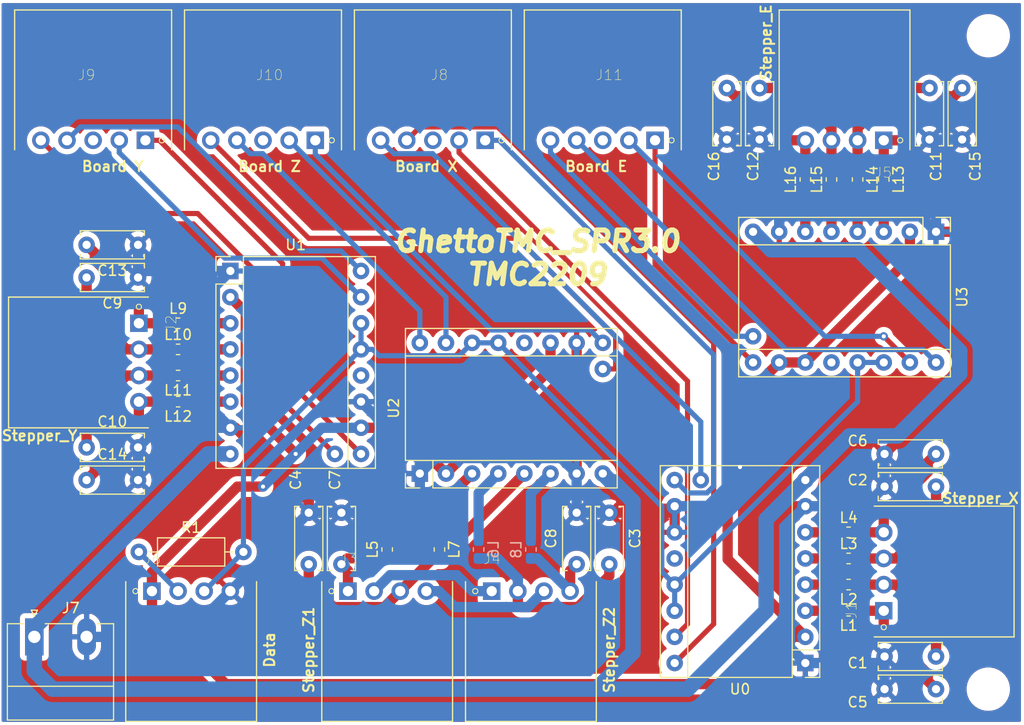
<source format=kicad_pcb>
(kicad_pcb (version 20171130) (host pcbnew "(5.1.5)-3")
  (layers (0 F.Cu signal) (31 B.Cu signal) (34 B.Paste user hide) (35 F.Paste user hide) (36 B.SilkS user hide) (37 F.SilkS user) (38 B.Mask user hide) (39 F.Mask user hide) (44 Edge.Cuts user hide))
  (net 0 "")
  (net 1 X_1a)
  (net 2 GND)
  (net 3 X_2a)
  (net 4 Z_1a)
  (net 5 Z_2a)
  (net 6 X_1b)
  (net 7 X_2b)
  (net 8 Z_1b)
  (net 9 Z_2b)
  (net 10 Y_1a)
  (net 11 Y_2a)
  (net 12 E_1a)
  (net 13 E_2a)
  (net 14 Y_1b)
  (net 15 Y_2b)
  (net 16 E_1b)
  (net 17 E_2b)
  (net 18 "Net-(J3-Pad2)")
  (net 19 "Net-(J3-Pad4)")
  (net 20 +5V)
  (net 21 "Net-(J6-Pad2)")
  (net 22 UART)
  (net 23 +24V)
  (net 24 X_EN)
  (net 25 X_STEP)
  (net 26 "Net-(J8-Pad3)")
  (net 27 X_DIR)
  (net 28 X_DIAG)
  (net 29 Y_EN)
  (net 30 Y_STEP)
  (net 31 "Net-(J9-Pad3)")
  (net 32 Y_DIR)
  (net 33 Y_DIAG)
  (net 34 Z_EN)
  (net 35 Z_STEP)
  (net 36 "Net-(J10-Pad3)")
  (net 37 Z_DIR)
  (net 38 Z_DIAG)
  (net 39 E_EN)
  (net 40 E_STEP)
  (net 41 "Net-(J11-Pad3)")
  (net 42 E_DIR)
  (net 43 E_DIAG)
  (net 44 "Net-(L1-Pad2)")
  (net 45 "Net-(L2-Pad2)")
  (net 46 "Net-(L3-Pad1)")
  (net 47 "Net-(L4-Pad1)")
  (net 48 "Net-(L5-Pad2)")
  (net 49 "Net-(L6-Pad2)")
  (net 50 "Net-(L7-Pad1)")
  (net 51 "Net-(L8-Pad1)")
  (net 52 "Net-(L9-Pad2)")
  (net 53 "Net-(L10-Pad2)")
  (net 54 "Net-(L11-Pad1)")
  (net 55 "Net-(L12-Pad1)")
  (net 56 "Net-(L13-Pad2)")
  (net 57 "Net-(L14-Pad2)")
  (net 58 "Net-(L15-Pad1)")
  (net 59 "Net-(L16-Pad1)")
  (net 60 "Net-(U0-Pad12)")
  (net 61 "Net-(U1-Pad12)")
  (net 62 "Net-(U2-Pad12)")
  (net 63 "Net-(U3-Pad12)")
  (module MountingHole:MountingHole_3.2mm_M3 (layer F.Cu) (at 166.37 80.01)
    (fp_text reference M2 hide)
    (fp_text value MountingHole_3.2mm_M3)
    (pad 1 np_thru_hole circle (at 0 0) (size 3.2 3.2) (drill 3.2) (layers *.Cu *.Mask))
  )
  (module MountingHole:MountingHole_3.2mm_M3 (layer F.Cu) (at 166.37 143.51)
    (fp_text reference M1 hide)
    (fp_text value MountingHole_3.2mm_M3)
    (pad 1 np_thru_hole circle (at 0 0) (size 3.2 3.2) (drill 3.2) (layers *.Cu *.Mask))
  )
  (module GhettoTMC:SilentStepStick_TMC2209_Breakout (layer F.Cu) (at 161.29 99.06 270)
    (fp_text reference U3 (at 6.35 -2.54 90) (layer F.SilkS))
    (fp_text value SilentStepStick_TMC2209)
    (pad 17 thru_hole oval (at 10.16 17.78 270) (size 1.6 1.6) (drill 0.8) (layers *.Cu *.Mask) (net 43 E_DIAG))
    (pad 1 thru_hole rect (at 0 0 270) (size 1.6 1.6) (drill 0.8) (layers *.Cu *.Mask) (net 2 GND))
    (pad 9 thru_hole oval (at 12.7 17.78 270) (size 1.6 1.6) (drill 0.8) (layers *.Cu *.Mask) (net 39 E_EN))
    (pad 2 thru_hole oval (at 0 2.54 270) (size 1.6 1.6) (drill 0.8) (layers *.Cu *.Mask) (net 20 +5V))
    (pad 10 thru_hole oval (at 12.7 15.24 270) (size 1.6 1.6) (drill 0.8) (layers *.Cu *.Mask) (net 20 +5V))
    (pad 3 thru_hole oval (at 0 5.08 270) (size 1.6 1.6) (drill 0.8) (layers *.Cu *.Mask) (net 56 "Net-(L13-Pad2)"))
    (pad 11 thru_hole oval (at 12.7 12.7 270) (size 1.6 1.6) (drill 0.8) (layers *.Cu *.Mask) (net 20 +5V))
    (pad 4 thru_hole oval (at 0 7.62 270) (size 1.6 1.6) (drill 0.8) (layers *.Cu *.Mask) (net 57 "Net-(L14-Pad2)"))
    (pad 12 thru_hole oval (at 12.7 10.16 270) (size 1.6 1.6) (drill 0.8) (layers *.Cu *.Mask) (net 63 "Net-(U3-Pad12)"))
    (pad 5 thru_hole oval (at 0 10.16 270) (size 1.6 1.6) (drill 0.8) (layers *.Cu *.Mask) (net 58 "Net-(L15-Pad1)"))
    (pad 13 thru_hole oval (at 12.7 7.62 270) (size 1.6 1.6) (drill 0.8) (layers *.Cu *.Mask) (net 22 UART))
    (pad 6 thru_hole oval (at 0 12.7 270) (size 1.6 1.6) (drill 0.8) (layers *.Cu *.Mask) (net 59 "Net-(L16-Pad1)"))
    (pad 14 thru_hole oval (at 12.7 5.08 270) (size 1.6 1.6) (drill 0.8) (layers *.Cu *.Mask) (net 22 UART))
    (pad 7 thru_hole oval (at 0 15.24 270) (size 1.6 1.6) (drill 0.8) (layers *.Cu *.Mask) (net 2 GND))
    (pad 15 thru_hole oval (at 12.7 2.54 270) (size 1.6 1.6) (drill 0.8) (layers *.Cu *.Mask) (net 40 E_STEP))
    (pad 8 thru_hole oval (at 0 17.78 270) (size 1.6 1.6) (drill 0.8) (layers *.Cu *.Mask) (net 23 +24V))
    (pad 16 thru_hole oval (at 12.7 0 270) (size 1.6 1.6) (drill 0.8) (layers *.Cu *.Mask) (net 42 E_DIR) (clearance 0.75))
  )
  (module GhettoTMC:SilentStepStick_TMC2209_Breakout (layer F.Cu) (at 111.125 122.555 90)
    (fp_text reference U2 (at 6.35 -2.54 90) (layer F.SilkS))
    (fp_text value SilentStepStick_TMC2209)
    (pad 17 thru_hole oval (at 10.16 17.78 90) (size 1.6 1.6) (drill 0.8) (layers *.Cu *.Mask) (net 38 Z_DIAG))
    (pad 1 thru_hole rect (at 0 0 90) (size 1.6 1.6) (drill 0.8) (layers *.Cu *.Mask) (net 2 GND))
    (pad 9 thru_hole oval (at 12.7 17.78 90) (size 1.6 1.6) (drill 0.8) (layers *.Cu *.Mask) (net 34 Z_EN))
    (pad 2 thru_hole oval (at 0 2.54 90) (size 1.6 1.6) (drill 0.8) (layers *.Cu *.Mask) (net 20 +5V))
    (pad 10 thru_hole oval (at 12.7 15.24 90) (size 1.6 1.6) (drill 0.8) (layers *.Cu *.Mask) (net 2 GND))
    (pad 3 thru_hole oval (at 0 5.08 90) (size 1.6 1.6) (drill 0.8) (layers *.Cu *.Mask) (net 48 "Net-(L5-Pad2)"))
    (pad 11 thru_hole oval (at 12.7 12.7 90) (size 1.6 1.6) (drill 0.8) (layers *.Cu *.Mask) (net 20 +5V))
    (pad 4 thru_hole oval (at 0 7.62 90) (size 1.6 1.6) (drill 0.8) (layers *.Cu *.Mask) (net 49 "Net-(L6-Pad2)"))
    (pad 12 thru_hole oval (at 12.7 10.16 90) (size 1.6 1.6) (drill 0.8) (layers *.Cu *.Mask) (net 62 "Net-(U2-Pad12)"))
    (pad 5 thru_hole oval (at 0 10.16 90) (size 1.6 1.6) (drill 0.8) (layers *.Cu *.Mask) (net 50 "Net-(L7-Pad1)"))
    (pad 13 thru_hole oval (at 12.7 7.62 90) (size 1.6 1.6) (drill 0.8) (layers *.Cu *.Mask) (net 22 UART))
    (pad 6 thru_hole oval (at 0 12.7 90) (size 1.6 1.6) (drill 0.8) (layers *.Cu *.Mask) (net 51 "Net-(L8-Pad1)"))
    (pad 14 thru_hole oval (at 12.7 5.08 90) (size 1.6 1.6) (drill 0.8) (layers *.Cu *.Mask) (net 22 UART))
    (pad 7 thru_hole oval (at 0 15.24 90) (size 1.6 1.6) (drill 0.8) (layers *.Cu *.Mask) (net 2 GND))
    (pad 15 thru_hole oval (at 12.7 2.54 90) (size 1.6 1.6) (drill 0.8) (layers *.Cu *.Mask) (net 35 Z_STEP))
    (pad 8 thru_hole oval (at 0 17.78 90) (size 1.6 1.6) (drill 0.8) (layers *.Cu *.Mask) (net 23 +24V))
    (pad 16 thru_hole oval (at 12.7 0 90) (size 1.6 1.6) (drill 0.8) (layers *.Cu *.Mask) (net 37 Z_DIR))
  )
  (module GhettoTMC:SilentStepStick_TMC2209_Breakout (layer F.Cu) (at 92.71 102.87)
    (fp_text reference U1 (at 6.35 -2.54) (layer F.SilkS))
    (fp_text value SilentStepStick_TMC2209)
    (pad 17 thru_hole oval (at 10.16 17.78) (size 1.6 1.6) (drill 0.8) (layers *.Cu *.Mask) (net 33 Y_DIAG))
    (pad 1 thru_hole rect (at 0 0) (size 1.6 1.6) (drill 0.8) (layers *.Cu *.Mask) (net 2 GND))
    (pad 9 thru_hole oval (at 12.7 17.78) (size 1.6 1.6) (drill 0.8) (layers *.Cu *.Mask) (net 29 Y_EN))
    (pad 2 thru_hole oval (at 0 2.54) (size 1.6 1.6) (drill 0.8) (layers *.Cu *.Mask) (net 20 +5V))
    (pad 10 thru_hole oval (at 12.7 15.24) (size 1.6 1.6) (drill 0.8) (layers *.Cu *.Mask) (net 20 +5V))
    (pad 3 thru_hole oval (at 0 5.08) (size 1.6 1.6) (drill 0.8) (layers *.Cu *.Mask) (net 52 "Net-(L9-Pad2)"))
    (pad 11 thru_hole oval (at 12.7 12.7) (size 1.6 1.6) (drill 0.8) (layers *.Cu *.Mask) (net 2 GND))
    (pad 4 thru_hole oval (at 0 7.62) (size 1.6 1.6) (drill 0.8) (layers *.Cu *.Mask) (net 53 "Net-(L10-Pad2)"))
    (pad 12 thru_hole oval (at 12.7 10.16) (size 1.6 1.6) (drill 0.8) (layers *.Cu *.Mask) (net 61 "Net-(U1-Pad12)"))
    (pad 5 thru_hole oval (at 0 10.16) (size 1.6 1.6) (drill 0.8) (layers *.Cu *.Mask) (net 54 "Net-(L11-Pad1)"))
    (pad 13 thru_hole oval (at 12.7 7.62) (size 1.6 1.6) (drill 0.8) (layers *.Cu *.Mask) (net 22 UART))
    (pad 6 thru_hole oval (at 0 12.7) (size 1.6 1.6) (drill 0.8) (layers *.Cu *.Mask) (net 55 "Net-(L12-Pad1)"))
    (pad 14 thru_hole oval (at 12.7 5.08) (size 1.6 1.6) (drill 0.8) (layers *.Cu *.Mask) (net 22 UART))
    (pad 7 thru_hole oval (at 0 15.24) (size 1.6 1.6) (drill 0.8) (layers *.Cu *.Mask) (net 2 GND))
    (pad 15 thru_hole oval (at 12.7 2.54) (size 1.6 1.6) (drill 0.8) (layers *.Cu *.Mask) (net 30 Y_STEP))
    (pad 8 thru_hole oval (at 0 17.78) (size 1.6 1.6) (drill 0.8) (layers *.Cu *.Mask) (net 23 +24V))
    (pad 16 thru_hole oval (at 12.7 0) (size 1.6 1.6) (drill 0.8) (layers *.Cu *.Mask) (net 32 Y_DIR))
  )
  (module GhettoTMC:SilentStepStick_TMC2209_Breakout (layer F.Cu) (at 148.59 140.97 180)
    (fp_text reference U0 (at 6.35 -2.54) (layer F.SilkS))
    (fp_text value SilentStepStick_TMC2209)
    (pad 17 thru_hole oval (at 10.16 17.78 180) (size 1.6 1.6) (drill 0.8) (layers *.Cu *.Mask) (net 28 X_DIAG))
    (pad 1 thru_hole rect (at 0 0 180) (size 1.6 1.6) (drill 0.8) (layers *.Cu *.Mask) (net 2 GND))
    (pad 9 thru_hole oval (at 12.7 17.78 180) (size 1.6 1.6) (drill 0.8) (layers *.Cu *.Mask) (net 24 X_EN))
    (pad 2 thru_hole oval (at 0 2.54 180) (size 1.6 1.6) (drill 0.8) (layers *.Cu *.Mask) (net 20 +5V))
    (pad 10 thru_hole oval (at 12.7 15.24 180) (size 1.6 1.6) (drill 0.8) (layers *.Cu *.Mask) (net 2 GND))
    (pad 3 thru_hole oval (at 0 5.08 180) (size 1.6 1.6) (drill 0.8) (layers *.Cu *.Mask) (net 44 "Net-(L1-Pad2)"))
    (pad 11 thru_hole oval (at 12.7 12.7 180) (size 1.6 1.6) (drill 0.8) (layers *.Cu *.Mask) (net 2 GND))
    (pad 4 thru_hole oval (at 0 7.62 180) (size 1.6 1.6) (drill 0.8) (layers *.Cu *.Mask) (net 45 "Net-(L2-Pad2)"))
    (pad 12 thru_hole oval (at 12.7 10.16 180) (size 1.6 1.6) (drill 0.8) (layers *.Cu *.Mask) (net 60 "Net-(U0-Pad12)"))
    (pad 5 thru_hole oval (at 0 10.16 180) (size 1.6 1.6) (drill 0.8) (layers *.Cu *.Mask) (net 46 "Net-(L3-Pad1)"))
    (pad 13 thru_hole oval (at 12.7 7.62 180) (size 1.6 1.6) (drill 0.8) (layers *.Cu *.Mask) (net 22 UART))
    (pad 6 thru_hole oval (at 0 12.7 180) (size 1.6 1.6) (drill 0.8) (layers *.Cu *.Mask) (net 47 "Net-(L4-Pad1)"))
    (pad 14 thru_hole oval (at 12.7 5.08 180) (size 1.6 1.6) (drill 0.8) (layers *.Cu *.Mask) (net 22 UART))
    (pad 7 thru_hole oval (at 0 15.24 180) (size 1.6 1.6) (drill 0.8) (layers *.Cu *.Mask) (net 2 GND))
    (pad 15 thru_hole oval (at 12.7 2.54 180) (size 1.6 1.6) (drill 0.8) (layers *.Cu *.Mask) (net 25 X_STEP))
    (pad 8 thru_hole oval (at 0 17.78 180) (size 1.6 1.6) (drill 0.8) (layers *.Cu *.Mask) (net 23 +24V))
    (pad 16 thru_hole oval (at 12.7 0 180) (size 1.6 1.6) (drill 0.8) (layers *.Cu *.Mask) (net 27 X_DIR) (clearance 0.75))
  )
  (module Resistor_THT:R_Axial_DIN0207_L6.3mm_D2.5mm_P10.16mm_Horizontal (layer F.Cu) (at 83.82 130.175)
    (fp_text reference R1 (at 5.08 -2.37) (layer F.SilkS))
    (fp_text value 1K)
    (pad 2 thru_hole oval (at 10.16 0) (size 1.6 1.6) (drill 0.8) (layers *.Cu *.Mask) (net 22 UART))
    (pad 1 thru_hole circle (at 0 0) (size 1.6 1.6) (drill 0.8) (layers *.Cu *.Mask) (net 21 "Net-(J6-Pad2)"))
  )
  (module Inductor_SMD:L_0603_1608Metric_Pad1.05x0.95mm_HandSolder (layer F.Cu) (at 148.59 93.98 90)
    (fp_text reference L16 (at 0 -1.43 90) (layer F.SilkS))
    (fp_text value BLM18KG121TN1D)
    (pad 2 smd roundrect (at 0.875 0 90) (size 1.05 0.95) (layers F.Cu F.Paste F.Mask) (net 17 E_2b))
    (pad 1 smd roundrect (at -0.875 0 90) (size 1.05 0.95) (layers F.Cu F.Paste F.Mask) (net 59 "Net-(L16-Pad1)"))
  )
  (module Inductor_SMD:L_0603_1608Metric_Pad1.05x0.95mm_HandSolder (layer F.Cu) (at 151.13 93.98 90)
    (fp_text reference L15 (at 0 -1.43 90) (layer F.SilkS))
    (fp_text value BLM18KG121TN1D)
    (pad 2 smd roundrect (at 0.875 0 90) (size 1.05 0.95) (layers F.Cu F.Paste F.Mask) (net 13 E_2a))
    (pad 1 smd roundrect (at -0.875 0 90) (size 1.05 0.95) (layers F.Cu F.Paste F.Mask) (net 58 "Net-(L15-Pad1)"))
  )
  (module Inductor_SMD:L_0603_1608Metric_Pad1.05x0.95mm_HandSolder (layer F.Cu) (at 153.67 93.98 270)
    (fp_text reference L14 (at 0 -1.43 90) (layer F.SilkS))
    (fp_text value BLM18KG121TN1D)
    (pad 2 smd roundrect (at 0.875 0 270) (size 1.05 0.95) (layers F.Cu F.Paste F.Mask) (net 57 "Net-(L14-Pad2)"))
    (pad 1 smd roundrect (at -0.875 0 270) (size 1.05 0.95) (layers F.Cu F.Paste F.Mask) (net 12 E_1a))
  )
  (module Inductor_SMD:L_0603_1608Metric_Pad1.05x0.95mm_HandSolder (layer F.Cu) (at 156.21 93.98 270)
    (fp_text reference L13 (at 0 -1.43 90) (layer F.SilkS))
    (fp_text value BLM18KG121TN1D)
    (pad 2 smd roundrect (at 0.875 0 270) (size 1.05 0.95) (layers F.Cu F.Paste F.Mask) (net 56 "Net-(L13-Pad2)"))
    (pad 1 smd roundrect (at -0.875 0 270) (size 1.05 0.95) (layers F.Cu F.Paste F.Mask) (net 16 E_1b))
  )
  (module Inductor_SMD:L_0603_1608Metric_Pad1.05x0.95mm_HandSolder (layer F.Cu) (at 87.63 115.57 180)
    (fp_text reference L12 (at 0 -1.43) (layer F.SilkS))
    (fp_text value BLM18KG121TN1D)
    (pad 2 smd roundrect (at 0.875 0 180) (size 1.05 0.95) (layers F.Cu F.Paste F.Mask) (net 15 Y_2b))
    (pad 1 smd roundrect (at -0.875 0 180) (size 1.05 0.95) (layers F.Cu F.Paste F.Mask) (net 55 "Net-(L12-Pad1)"))
  )
  (module Inductor_SMD:L_0603_1608Metric_Pad1.05x0.95mm_HandSolder (layer F.Cu) (at 87.63 113.03 180)
    (fp_text reference L11 (at 0 -1.43) (layer F.SilkS))
    (fp_text value BLM18KG121TN1D)
    (pad 2 smd roundrect (at 0.875 0 180) (size 1.05 0.95) (layers F.Cu F.Paste F.Mask) (net 11 Y_2a))
    (pad 1 smd roundrect (at -0.875 0 180) (size 1.05 0.95) (layers F.Cu F.Paste F.Mask) (net 54 "Net-(L11-Pad1)"))
  )
  (module Inductor_SMD:L_0603_1608Metric_Pad1.05x0.95mm_HandSolder (layer F.Cu) (at 87.63 110.49)
    (fp_text reference L10 (at 0 -1.43) (layer F.SilkS))
    (fp_text value BLM18KG121TN1D)
    (pad 2 smd roundrect (at 0.875 0) (size 1.05 0.95) (layers F.Cu F.Paste F.Mask) (net 53 "Net-(L10-Pad2)"))
    (pad 1 smd roundrect (at -0.875 0) (size 1.05 0.95) (layers F.Cu F.Paste F.Mask) (net 10 Y_1a))
  )
  (module Inductor_SMD:L_0603_1608Metric_Pad1.05x0.95mm_HandSolder (layer F.Cu) (at 87.63 107.95)
    (fp_text reference L9 (at 0 -1.43) (layer F.SilkS))
    (fp_text value BLM18KG121TN1D)
    (pad 2 smd roundrect (at 0.875 0) (size 1.05 0.95) (layers F.Cu F.Paste F.Mask) (net 52 "Net-(L9-Pad2)"))
    (pad 1 smd roundrect (at -0.875 0) (size 1.05 0.95) (layers F.Cu F.Paste F.Mask) (net 14 Y_1b))
  )
  (module Inductor_SMD:L_0603_1608Metric_Pad1.05x0.95mm_HandSolder (layer B.Cu) (at 121.92 129.935 270)
    (fp_text reference L8 (at 0 1.43 270) (layer B.SilkS) (effects (justify mirror)))
    (fp_text value BLM18KG121TN1D)
    (pad 2 smd roundrect (at 0.875 0 270) (size 1.05 0.95) (layers B.Cu B.Paste B.Mask) (net 9 Z_2b))
    (pad 1 smd roundrect (at -0.875 0 270) (size 1.05 0.95) (layers B.Cu B.Paste B.Mask) (net 51 "Net-(L8-Pad1)"))
  )
  (module Inductor_SMD:L_0603_1608Metric_Pad1.05x0.95mm_HandSolder (layer F.Cu) (at 113.03 129.935 270)
    (fp_text reference L7 (at 0 -1.43 90) (layer F.SilkS))
    (fp_text value BLM18KG121TN1D)
    (pad 2 smd roundrect (at 0.875 0 270) (size 1.05 0.95) (layers F.Cu F.Paste F.Mask) (net 5 Z_2a))
    (pad 1 smd roundrect (at -0.875 0 270) (size 1.05 0.95) (layers F.Cu F.Paste F.Mask) (net 50 "Net-(L7-Pad1)"))
  )
  (module Inductor_SMD:L_0603_1608Metric_Pad1.05x0.95mm_HandSolder (layer B.Cu) (at 116.84 129.935 90)
    (fp_text reference L6 (at 0 1.43 270) (layer B.SilkS) (effects (justify mirror)))
    (fp_text value BLM18KG121TN1D)
    (pad 2 smd roundrect (at 0.875 0 90) (size 1.05 0.95) (layers B.Cu B.Paste B.Mask) (net 49 "Net-(L6-Pad2)"))
    (pad 1 smd roundrect (at -0.875 0 90) (size 1.05 0.95) (layers B.Cu B.Paste B.Mask) (net 4 Z_1a))
  )
  (module Inductor_SMD:L_0603_1608Metric_Pad1.05x0.95mm_HandSolder (layer F.Cu) (at 107.95 129.935 90)
    (fp_text reference L5 (at 0 -1.43 90) (layer F.SilkS))
    (fp_text value BLM18KG121TN1D)
    (pad 2 smd roundrect (at 0.875 0 90) (size 1.05 0.95) (layers F.Cu F.Paste F.Mask) (net 48 "Net-(L5-Pad2)"))
    (pad 1 smd roundrect (at -0.875 0 90) (size 1.05 0.95) (layers F.Cu F.Paste F.Mask) (net 8 Z_1b))
  )
  (module Inductor_SMD:L_0603_1608Metric_Pad1.05x0.95mm_HandSolder (layer F.Cu) (at 152.795 128.27)
    (fp_text reference L4 (at 0 -1.43) (layer F.SilkS))
    (fp_text value BLM18KG121TN1D)
    (pad 2 smd roundrect (at 0.875 0) (size 1.05 0.95) (layers F.Cu F.Paste F.Mask) (net 7 X_2b))
    (pad 1 smd roundrect (at -0.875 0) (size 1.05 0.95) (layers F.Cu F.Paste F.Mask) (net 47 "Net-(L4-Pad1)"))
  )
  (module Inductor_SMD:L_0603_1608Metric_Pad1.05x0.95mm_HandSolder (layer F.Cu) (at 152.795 130.81)
    (fp_text reference L3 (at 0 -1.43) (layer F.SilkS))
    (fp_text value BLM18KG121TN1D)
    (pad 2 smd roundrect (at 0.875 0) (size 1.05 0.95) (layers F.Cu F.Paste F.Mask) (net 3 X_2a))
    (pad 1 smd roundrect (at -0.875 0) (size 1.05 0.95) (layers F.Cu F.Paste F.Mask) (net 46 "Net-(L3-Pad1)"))
  )
  (module Inductor_SMD:L_0603_1608Metric_Pad1.05x0.95mm_HandSolder (layer F.Cu) (at 152.795 133.35 180)
    (fp_text reference L2 (at 0 -1.43) (layer F.SilkS))
    (fp_text value BLM18KG121TN1D)
    (pad 2 smd roundrect (at 0.875 0 180) (size 1.05 0.95) (layers F.Cu F.Paste F.Mask) (net 45 "Net-(L2-Pad2)"))
    (pad 1 smd roundrect (at -0.875 0 180) (size 1.05 0.95) (layers F.Cu F.Paste F.Mask) (net 1 X_1a))
  )
  (module Inductor_SMD:L_0603_1608Metric_Pad1.05x0.95mm_HandSolder (layer F.Cu) (at 152.795 135.89 180)
    (fp_text reference L1 (at 0 -1.43) (layer F.SilkS))
    (fp_text value BLM18KG121TN1D)
    (pad 2 smd roundrect (at 0.875 0 180) (size 1.05 0.95) (layers F.Cu F.Paste F.Mask) (net 44 "Net-(L1-Pad2)"))
    (pad 1 smd roundrect (at -0.875 0 180) (size 1.05 0.95) (layers F.Cu F.Paste F.Mask) (net 6 X_1b))
  )
  (module GhettoTMC:MOLEX_70553-0039 (layer F.Cu) (at 133.985 90.17 180)
    (fp_text reference J11 (at 4.445 6.35) (layer F.SilkS) (effects (font (size 1.00093 1.00093) (thickness 0.05))))
    (fp_text value "Board E" (at 5.715 -2.54) (layer F.SilkS) (effects (font (size 1.0005 1.0005) (thickness 0.2))))
    (pad 1 thru_hole rect (at 0 0 180) (size 1.7 1.7) (drill 1) (layers *.Cu *.Mask) (net 39 E_EN))
    (pad 2 thru_hole circle (at 2.54 0 180) (size 1.7 1.7) (drill 1) (layers *.Cu *.Mask) (net 40 E_STEP))
    (pad 3 thru_hole circle (at 5.08 0 180) (size 1.7 1.7) (drill 1) (layers *.Cu *.Mask) (net 41 "Net-(J11-Pad3)"))
    (pad 4 thru_hole circle (at 7.62 0 180) (size 1.7 1.7) (drill 1) (layers *.Cu *.Mask) (net 42 E_DIR))
    (pad 5 thru_hole circle (at 10.16 0 180) (size 1.7 1.7) (drill 1) (layers *.Cu *.Mask) (net 43 E_DIAG))
  )
  (module GhettoTMC:MOLEX_70553-0039 (layer F.Cu) (at 100.965 90.17 180)
    (fp_text reference J10 (at 4.445 6.35) (layer F.SilkS) (effects (font (size 1.00093 1.00093) (thickness 0.05))))
    (fp_text value "Board Z" (at 4.445 -2.54) (layer F.SilkS) (effects (font (size 1.0005 1.0005) (thickness 0.2))))
    (pad 1 thru_hole rect (at 0 0 180) (size 1.7 1.7) (drill 1) (layers *.Cu *.Mask) (net 34 Z_EN))
    (pad 2 thru_hole circle (at 2.54 0 180) (size 1.7 1.7) (drill 1) (layers *.Cu *.Mask) (net 35 Z_STEP))
    (pad 3 thru_hole circle (at 5.08 0 180) (size 1.7 1.7) (drill 1) (layers *.Cu *.Mask) (net 36 "Net-(J10-Pad3)"))
    (pad 4 thru_hole circle (at 7.62 0 180) (size 1.7 1.7) (drill 1) (layers *.Cu *.Mask) (net 37 Z_DIR))
    (pad 5 thru_hole circle (at 10.16 0 180) (size 1.7 1.7) (drill 1) (layers *.Cu *.Mask) (net 38 Z_DIAG))
  )
  (module GhettoTMC:MOLEX_70553-0039 (layer F.Cu) (at 84.455 90.17 180)
    (fp_text reference J9 (at 5.715 6.35) (layer F.SilkS) (effects (font (size 1.00093 1.00093) (thickness 0.05))))
    (fp_text value "Board Y" (at 3.175 -2.54) (layer F.SilkS) (effects (font (size 1.0005 1.0005) (thickness 0.2))))
    (pad 1 thru_hole rect (at 0 0 180) (size 1.7 1.7) (drill 1) (layers *.Cu *.Mask) (net 29 Y_EN))
    (pad 2 thru_hole circle (at 2.54 0 180) (size 1.7 1.7) (drill 1) (layers *.Cu *.Mask) (net 30 Y_STEP))
    (pad 3 thru_hole circle (at 5.08 0 180) (size 1.7 1.7) (drill 1) (layers *.Cu *.Mask) (net 31 "Net-(J9-Pad3)"))
    (pad 4 thru_hole circle (at 7.62 0 180) (size 1.7 1.7) (drill 1) (layers *.Cu *.Mask) (net 32 Y_DIR))
    (pad 5 thru_hole circle (at 10.16 0 180) (size 1.7 1.7) (drill 1) (layers *.Cu *.Mask) (net 33 Y_DIAG))
  )
  (module GhettoTMC:MOLEX_70553-0039 (layer F.Cu) (at 117.475 90.17 180)
    (fp_text reference J8 (at 4.445 6.35) (layer F.SilkS) (effects (font (size 1.00093 1.00093) (thickness 0.05))))
    (fp_text value "Board X" (at 5.715 -2.54) (layer F.SilkS) (effects (font (size 1.0005 1.0005) (thickness 0.2))))
    (pad 1 thru_hole rect (at 0 0 180) (size 1.7 1.7) (drill 1) (layers *.Cu *.Mask) (net 24 X_EN))
    (pad 2 thru_hole circle (at 2.54 0 180) (size 1.7 1.7) (drill 1) (layers *.Cu *.Mask) (net 25 X_STEP))
    (pad 3 thru_hole circle (at 5.08 0 180) (size 1.7 1.7) (drill 1) (layers *.Cu *.Mask) (net 26 "Net-(J8-Pad3)"))
    (pad 4 thru_hole circle (at 7.62 0 180) (size 1.7 1.7) (drill 1) (layers *.Cu *.Mask) (net 27 X_DIR))
    (pad 5 thru_hole circle (at 10.16 0 180) (size 1.7 1.7) (drill 1) (layers *.Cu *.Mask) (net 28 X_DIAG))
  )
  (module GhettoTMC:PhoenixContact_MC-G_02x5.08mm_Angled (layer F.Cu) (at 73.66 138.43)
    (fp_text reference J7 (at 3.54 -2.8) (layer F.SilkS))
    (fp_text value "POWER IN")
    (pad 2 thru_hole oval (at 5.08 0) (size 1.8 3.6) (drill 1.2) (layers *.Cu *.Mask) (net 2 GND))
    (pad 1 thru_hole rect (at 0 0) (size 1.8 3.6) (drill 1.2) (layers *.Cu *.Mask) (net 23 +24V))
  )
  (module GhettoTMC:MOLEX_70553-0038 (layer F.Cu) (at 85.09 133.985)
    (fp_text reference J6 (at 0.04003 -3.13792) (layer F.SilkS) (effects (font (size 1.00093 1.00093) (thickness 0.05))))
    (fp_text value Data (at 11.43 5.715 90) (layer F.SilkS) (effects (font (size 1.0005 1.0005) (thickness 0.2))))
    (pad 1 thru_hole rect (at 0 0) (size 1.7 1.7) (drill 1) (layers *.Cu *.Mask) (net 20 +5V))
    (pad 2 thru_hole circle (at 2.54 0) (size 1.7 1.7) (drill 1) (layers *.Cu *.Mask) (net 21 "Net-(J6-Pad2)"))
    (pad 3 thru_hole circle (at 5.08 0) (size 1.7 1.7) (drill 1) (layers *.Cu *.Mask) (net 22 UART))
    (pad 4 thru_hole circle (at 7.62 0) (size 1.7 1.7) (drill 1) (layers *.Cu *.Mask) (net 2 GND))
  )
  (module GhettoTMC:MOLEX_70553-0038 (layer F.Cu) (at 156.21 90.17 180)
    (fp_text reference J5 (at 0.04003 -3.13792) (layer F.SilkS) (effects (font (size 1.00093 1.00093) (thickness 0.05))))
    (fp_text value Stepper_E (at 11.43 9.525 90) (layer F.SilkS) (effects (font (size 1.0005 1.0005) (thickness 0.2))))
    (pad 1 thru_hole rect (at 0 0 180) (size 1.7 1.7) (drill 1) (layers *.Cu *.Mask) (net 16 E_1b))
    (pad 2 thru_hole circle (at 2.54 0 180) (size 1.7 1.7) (drill 1) (layers *.Cu *.Mask) (net 12 E_1a))
    (pad 3 thru_hole circle (at 5.08 0 180) (size 1.7 1.7) (drill 1) (layers *.Cu *.Mask) (net 13 E_2a))
    (pad 4 thru_hole circle (at 7.62 0 180) (size 1.7 1.7) (drill 1) (layers *.Cu *.Mask) (net 17 E_2b))
  )
  (module GhettoTMC:MOLEX_70553-0038 (layer F.Cu) (at 118.11 133.985)
    (fp_text reference J4 (at 0.04003 -3.13792) (layer F.SilkS) (effects (font (size 1.00093 1.00093) (thickness 0.05))))
    (fp_text value Stepper_Z2 (at 11.43 5.715 90) (layer F.SilkS) (effects (font (size 1.0005 1.0005) (thickness 0.2))))
    (pad 1 thru_hole rect (at 0 0) (size 1.7 1.7) (drill 1) (layers *.Cu *.Mask) (net 18 "Net-(J3-Pad2)"))
    (pad 2 thru_hole circle (at 2.54 0) (size 1.7 1.7) (drill 1) (layers *.Cu *.Mask) (net 4 Z_1a))
    (pad 3 thru_hole circle (at 5.08 0) (size 1.7 1.7) (drill 1) (layers *.Cu *.Mask) (net 19 "Net-(J3-Pad4)"))
    (pad 4 thru_hole circle (at 7.62 0) (size 1.7 1.7) (drill 1) (layers *.Cu *.Mask) (net 9 Z_2b))
  )
  (module GhettoTMC:MOLEX_70553-0038 (layer F.Cu) (at 104.14 133.985)
    (fp_text reference J3 (at 0.04003 -3.13792) (layer F.SilkS) (effects (font (size 1.00093 1.00093) (thickness 0.05))))
    (fp_text value Stepper_Z1 (at -3.81 5.715 90) (layer F.SilkS) (effects (font (size 1.0005 1.0005) (thickness 0.2))))
    (pad 1 thru_hole rect (at 0 0) (size 1.7 1.7) (drill 1) (layers *.Cu *.Mask) (net 8 Z_1b))
    (pad 2 thru_hole circle (at 2.54 0) (size 1.7 1.7) (drill 1) (layers *.Cu *.Mask) (net 18 "Net-(J3-Pad2)"))
    (pad 3 thru_hole circle (at 5.08 0) (size 1.7 1.7) (drill 1) (layers *.Cu *.Mask) (net 5 Z_2a))
    (pad 4 thru_hole circle (at 7.62 0) (size 1.7 1.7) (drill 1) (layers *.Cu *.Mask) (net 19 "Net-(J3-Pad4)"))
  )
  (module GhettoTMC:MOLEX_70553-0038 (layer F.Cu) (at 83.82 107.95 270)
    (fp_text reference J2 (at 0.04003 -3.13792 90) (layer F.SilkS) (effects (font (size 1.00093 1.00093) (thickness 0.05))))
    (fp_text value Stepper_Y (at 10.922 9.652 180) (layer F.SilkS) (effects (font (size 1.0005 1.0005) (thickness 0.2))))
    (pad 1 thru_hole rect (at 0 0 270) (size 1.7 1.7) (drill 1) (layers *.Cu *.Mask) (net 14 Y_1b))
    (pad 2 thru_hole circle (at 2.54 0 270) (size 1.7 1.7) (drill 1) (layers *.Cu *.Mask) (net 10 Y_1a))
    (pad 3 thru_hole circle (at 5.08 0 270) (size 1.7 1.7) (drill 1) (layers *.Cu *.Mask) (net 11 Y_2a))
    (pad 4 thru_hole circle (at 7.62 0 270) (size 1.7 1.7) (drill 1) (layers *.Cu *.Mask) (net 15 Y_2b))
  )
  (module GhettoTMC:MOLEX_70553-0038 (layer F.Cu) (at 156.21 135.89 90)
    (fp_text reference J1 (at 0.04003 -3.13792 90) (layer F.SilkS) (effects (font (size 1.00093 1.00093) (thickness 0.05))))
    (fp_text value Stepper_X (at 10.922 9.398 180) (layer F.SilkS) (effects (font (size 1.0005 1.0005) (thickness 0.2))))
    (pad 1 thru_hole rect (at 0 0 90) (size 1.7 1.7) (drill 1) (layers *.Cu *.Mask) (net 6 X_1b))
    (pad 2 thru_hole circle (at 2.54 0 90) (size 1.7 1.7) (drill 1) (layers *.Cu *.Mask) (net 1 X_1a))
    (pad 3 thru_hole circle (at 5.08 0 90) (size 1.7 1.7) (drill 1) (layers *.Cu *.Mask) (net 3 X_2a))
    (pad 4 thru_hole circle (at 7.62 0 90) (size 1.7 1.7) (drill 1) (layers *.Cu *.Mask) (net 7 X_2b))
  )
  (module Capacitor_THT:C_Disc_D6.0mm_W2.5mm_P5.00mm (layer F.Cu) (at 140.97 85.09 270)
    (fp_text reference C16 (at 7.62 1.27 90) (layer F.SilkS))
    (fp_text value 1nF)
    (pad 2 thru_hole circle (at 5 0 270) (size 1.6 1.6) (drill 0.8) (layers *.Cu *.Mask) (net 2 GND))
    (pad 1 thru_hole circle (at 0 0 270) (size 1.6 1.6) (drill 0.8) (layers *.Cu *.Mask) (net 17 E_2b))
  )
  (module Capacitor_THT:C_Disc_D6.0mm_W2.5mm_P5.00mm (layer F.Cu) (at 163.83 90.09 90)
    (fp_text reference C15 (at -2.62 1.27 90) (layer F.SilkS))
    (fp_text value 1nF)
    (pad 2 thru_hole circle (at 5 0 90) (size 1.6 1.6) (drill 0.8) (layers *.Cu *.Mask) (net 16 E_1b))
    (pad 1 thru_hole circle (at 0 0 90) (size 1.6 1.6) (drill 0.8) (layers *.Cu *.Mask) (net 2 GND))
  )
  (module Capacitor_THT:C_Disc_D6.0mm_W2.5mm_P5.00mm (layer F.Cu) (at 78.74 123.19)
    (fp_text reference C14 (at 2.5 -2.5) (layer F.SilkS))
    (fp_text value 1nF)
    (pad 2 thru_hole circle (at 5 0) (size 1.6 1.6) (drill 0.8) (layers *.Cu *.Mask) (net 2 GND))
    (pad 1 thru_hole circle (at 0 0) (size 1.6 1.6) (drill 0.8) (layers *.Cu *.Mask) (net 15 Y_2b))
  )
  (module Capacitor_THT:C_Disc_D6.0mm_W2.5mm_P5.00mm (layer F.Cu) (at 83.74 100.33 180)
    (fp_text reference C13 (at 2.5 -2.5) (layer F.SilkS))
    (fp_text value 1nF)
    (pad 2 thru_hole circle (at 5 0 180) (size 1.6 1.6) (drill 0.8) (layers *.Cu *.Mask) (net 14 Y_1b))
    (pad 1 thru_hole circle (at 0 0 180) (size 1.6 1.6) (drill 0.8) (layers *.Cu *.Mask) (net 2 GND))
  )
  (module Capacitor_THT:C_Disc_D6.0mm_W2.5mm_P5.00mm (layer F.Cu) (at 144.145 85.09 270)
    (fp_text reference C12 (at 7.62 0.635 90) (layer F.SilkS))
    (fp_text value 1nF)
    (pad 2 thru_hole circle (at 5 0 270) (size 1.6 1.6) (drill 0.8) (layers *.Cu *.Mask) (net 2 GND))
    (pad 1 thru_hole circle (at 0 0 270) (size 1.6 1.6) (drill 0.8) (layers *.Cu *.Mask) (net 13 E_2a))
  )
  (module Capacitor_THT:C_Disc_D6.0mm_W2.5mm_P5.00mm (layer F.Cu) (at 160.655 90.09 90)
    (fp_text reference C11 (at -2.62 0.635 90) (layer F.SilkS))
    (fp_text value 1nF)
    (pad 2 thru_hole circle (at 5 0 90) (size 1.6 1.6) (drill 0.8) (layers *.Cu *.Mask) (net 12 E_1a))
    (pad 1 thru_hole circle (at 0 0 90) (size 1.6 1.6) (drill 0.8) (layers *.Cu *.Mask) (net 2 GND))
  )
  (module Capacitor_THT:C_Disc_D6.0mm_W2.5mm_P5.00mm (layer F.Cu) (at 78.74 120.015)
    (fp_text reference C10 (at 2.5 -2.5) (layer F.SilkS))
    (fp_text value 1nF)
    (pad 2 thru_hole circle (at 5 0) (size 1.6 1.6) (drill 0.8) (layers *.Cu *.Mask) (net 2 GND))
    (pad 1 thru_hole circle (at 0 0) (size 1.6 1.6) (drill 0.8) (layers *.Cu *.Mask) (net 11 Y_2a))
  )
  (module Capacitor_THT:C_Disc_D6.0mm_W2.5mm_P5.00mm (layer F.Cu) (at 83.74 103.505 180)
    (fp_text reference C9 (at 2.5 -2.5) (layer F.SilkS))
    (fp_text value 1nF)
    (pad 2 thru_hole circle (at 5 0 180) (size 1.6 1.6) (drill 0.8) (layers *.Cu *.Mask) (net 10 Y_1a))
    (pad 1 thru_hole circle (at 0 0 180) (size 1.6 1.6) (drill 0.8) (layers *.Cu *.Mask) (net 2 GND))
  )
  (module Capacitor_THT:C_Disc_D6.0mm_W2.5mm_P5.00mm (layer F.Cu) (at 126.365 131.365 90)
    (fp_text reference C8 (at 2.5 -2.5 90) (layer F.SilkS))
    (fp_text value 1nF)
    (pad 2 thru_hole circle (at 5 0 90) (size 1.6 1.6) (drill 0.8) (layers *.Cu *.Mask) (net 2 GND))
    (pad 1 thru_hole circle (at 0 0 90) (size 1.6 1.6) (drill 0.8) (layers *.Cu *.Mask) (net 9 Z_2b))
  )
  (module Capacitor_THT:C_Disc_D6.0mm_W2.5mm_P5.00mm (layer F.Cu) (at 103.505 126.365 270)
    (fp_text reference C7 (at -3.175 0.635 90) (layer F.SilkS))
    (fp_text value 1nF)
    (pad 2 thru_hole circle (at 5 0 270) (size 1.6 1.6) (drill 0.8) (layers *.Cu *.Mask) (net 8 Z_1b))
    (pad 1 thru_hole circle (at 0 0 270) (size 1.6 1.6) (drill 0.8) (layers *.Cu *.Mask) (net 2 GND))
  )
  (module Capacitor_THT:C_Disc_D6.0mm_W2.5mm_P5.00mm (layer F.Cu) (at 161.29 120.65 180)
    (fp_text reference C6 (at 7.62 1.27) (layer F.SilkS))
    (fp_text value 1nF)
    (pad 2 thru_hole circle (at 5 0 180) (size 1.6 1.6) (drill 0.8) (layers *.Cu *.Mask) (net 2 GND))
    (pad 1 thru_hole circle (at 0 0 180) (size 1.6 1.6) (drill 0.8) (layers *.Cu *.Mask) (net 7 X_2b))
  )
  (module Capacitor_THT:C_Disc_D6.0mm_W2.5mm_P5.00mm (layer F.Cu) (at 156.29 143.51)
    (fp_text reference C5 (at -2.62 1.27) (layer F.SilkS))
    (fp_text value 1nF)
    (pad 2 thru_hole circle (at 5 0) (size 1.6 1.6) (drill 0.8) (layers *.Cu *.Mask) (net 6 X_1b))
    (pad 1 thru_hole circle (at 0 0) (size 1.6 1.6) (drill 0.8) (layers *.Cu *.Mask) (net 2 GND))
  )
  (module Capacitor_THT:C_Disc_D6.0mm_W2.5mm_P5.00mm (layer F.Cu) (at 100.33 131.365 90)
    (fp_text reference C4 (at 8.175 -1.27 90) (layer F.SilkS))
    (fp_text value 1nF)
    (pad 1 thru_hole circle (at 0 0 90) (size 1.6 1.6) (drill 0.8) (layers *.Cu *.Mask) (net 5 Z_2a))
    (pad 2 thru_hole circle (at 5 0 90) (size 1.6 1.6) (drill 0.8) (layers *.Cu *.Mask) (net 2 GND))
  )
  (module Capacitor_THT:C_Disc_D6.0mm_W2.5mm_P5.00mm (layer F.Cu) (at 129.54 126.365 270)
    (fp_text reference C3 (at 2.5 -2.5 90) (layer F.SilkS))
    (fp_text value 1nF)
    (pad 2 thru_hole circle (at 5 0 270) (size 1.6 1.6) (drill 0.8) (layers *.Cu *.Mask) (net 4 Z_1a) (clearance 0.75))
    (pad 1 thru_hole circle (at 0 0 270) (size 1.6 1.6) (drill 0.8) (layers *.Cu *.Mask) (net 2 GND) (clearance 0.75))
  )
  (module Capacitor_THT:C_Disc_D6.0mm_W2.5mm_P5.00mm (layer F.Cu) (at 161.29 123.825 180)
    (fp_text reference C2 (at 7.62 0.635) (layer F.SilkS))
    (fp_text value 1nF)
    (pad 2 thru_hole circle (at 5 0 180) (size 1.6 1.6) (drill 0.8) (layers *.Cu *.Mask) (net 2 GND))
    (pad 1 thru_hole circle (at 0 0 180) (size 1.6 1.6) (drill 0.8) (layers *.Cu *.Mask) (net 3 X_2a))
  )
  (module Capacitor_THT:C_Disc_D6.0mm_W2.5mm_P5.00mm (layer F.Cu) (at 156.29 140.335)
    (fp_text reference C1 (at -2.62 0.635) (layer F.SilkS))
    (fp_text value 1nF)
    (pad 2 thru_hole circle (at 5 0) (size 1.6 1.6) (drill 0.8) (layers *.Cu *.Mask) (net 1 X_1a))
    (pad 1 thru_hole circle (at 0 0) (size 1.6 1.6) (drill 0.8) (layers *.Cu *.Mask) (net 2 GND))
  )
  (gr_text "GhettoTMC_SPR3.0\nTMC2209" (at 122.555 101.6) (layer F.SilkS) (effects (font (size 2 2) (thickness 0.5) italic)))
  (gr_line (start 69.85 147.32) (end 69.85 76.2) (layer Edge.Cuts) (width 0.05))
  (gr_line (start 170.18 147.32) (end 69.85 147.32) (layer Edge.Cuts) (width 0.05))
  (gr_line (start 170.18 76.2) (end 170.18 147.32) (layer Edge.Cuts) (width 0.05))
  (gr_line (start 69.85 76.2) (end 170.18 76.2) (layer Edge.Cuts) (width 0.05))
  (segment (start 153.67 133.35) (end 156.21 133.35) (width 1) (layer F.Cu) (net 1))
  (segment (start 161.29 139.20363) (end 161.29 140.335) (width 1) (layer F.Cu) (net 1))
  (segment (start 161.29 137.227919) (end 161.29 139.20363) (width 1) (layer F.Cu) (net 1))
  (segment (start 157.412081 133.35) (end 161.29 137.227919) (width 1) (layer F.Cu) (net 1))
  (segment (start 156.21 133.35) (end 157.412081 133.35) (width 1) (layer F.Cu) (net 1))
  (segment (start 146.05 91.995) (end 144.145 90.09) (width 1) (layer B.Cu) (net 2))
  (segment (start 146.05 99.06) (end 146.05 91.995) (width 1) (layer B.Cu) (net 2))
  (segment (start 144.145 90.09) (end 140.97 90.09) (width 1) (layer B.Cu) (net 2))
  (segment (start 161.29 90.725) (end 160.655 90.09) (width 1) (layer B.Cu) (net 2))
  (segment (start 161.29 99.06) (end 161.29 90.725) (width 1) (layer B.Cu) (net 2))
  (segment (start 160.655 90.09) (end 163.83 90.09) (width 1) (layer B.Cu) (net 2))
  (segment (start 154.385 125.73) (end 156.29 123.825) (width 1) (layer B.Cu) (net 2))
  (segment (start 148.59 125.73) (end 154.385 125.73) (width 1) (layer B.Cu) (net 2))
  (segment (start 156.29 123.825) (end 156.29 120.65) (width 1) (layer B.Cu) (net 2))
  (segment (start 155.655 140.97) (end 156.29 140.335) (width 1) (layer B.Cu) (net 2))
  (segment (start 148.59 140.97) (end 155.655 140.97) (width 1) (layer B.Cu) (net 2))
  (segment (start 156.29 140.335) (end 156.29 143.51) (width 1) (layer B.Cu) (net 2))
  (segment (start 126.365 122.555) (end 126.365 126.365) (width 1) (layer B.Cu) (net 2))
  (segment (start 126.365 126.365) (end 129.54 126.365) (width 1) (layer B.Cu) (net 2))
  (segment (start 109.115 126.365) (end 104.63637 126.365) (width 1) (layer B.Cu) (net 2))
  (segment (start 104.63637 126.365) (end 103.505 126.365) (width 1) (layer B.Cu) (net 2))
  (segment (start 111.125 124.355) (end 109.115 126.365) (width 1) (layer B.Cu) (net 2))
  (segment (start 111.125 122.555) (end 111.125 124.355) (width 1) (layer B.Cu) (net 2))
  (segment (start 103.505 126.365) (end 100.33 126.365) (width 1) (layer B.Cu) (net 2))
  (segment (start 85.645 118.11) (end 83.74 120.015) (width 1) (layer B.Cu) (net 2))
  (segment (start 92.71 118.11) (end 85.645 118.11) (width 1) (layer B.Cu) (net 2))
  (segment (start 83.74 120.015) (end 83.74 123.19) (width 1) (layer B.Cu) (net 2))
  (segment (start 84.375 102.87) (end 83.74 103.505) (width 1) (layer B.Cu) (net 2))
  (segment (start 92.71 102.87) (end 84.375 102.87) (width 1) (layer B.Cu) (net 2))
  (segment (start 83.74 103.505) (end 83.74 100.33) (width 1) (layer B.Cu) (net 2))
  (segment (start 88.265 138.43) (end 92.71 133.985) (width 1) (layer B.Cu) (net 2))
  (segment (start 78.74 138.43) (end 88.265 138.43) (width 1) (layer B.Cu) (net 2))
  (segment (start 92.71 133.985) (end 100.33 126.365) (width 1) (layer B.Cu) (net 2))
  (segment (start 93.20637 118.11) (end 92.71 118.11) (width 1) (layer F.Cu) (net 2))
  (segment (start 100.33 125.23363) (end 93.20637 118.11) (width 1) (layer F.Cu) (net 2))
  (segment (start 100.33 126.365) (end 100.33 125.23363) (width 1) (layer F.Cu) (net 2))
  (segment (start 91.209999 104.370001) (end 92.71 102.87) (width 1) (layer B.Cu) (net 2))
  (segment (start 91.209999 116.609999) (end 91.209999 104.370001) (width 1) (layer B.Cu) (net 2))
  (segment (start 92.71 118.11) (end 91.209999 116.609999) (width 1) (layer B.Cu) (net 2))
  (segment (start 112.625001 121.054999) (end 124.864999 121.054999) (width 1) (layer B.Cu) (net 2))
  (segment (start 125.565001 121.755001) (end 126.365 122.555) (width 1) (layer B.Cu) (net 2))
  (segment (start 124.864999 121.054999) (end 125.565001 121.755001) (width 1) (layer B.Cu) (net 2))
  (segment (start 111.125 122.555) (end 112.625001 121.054999) (width 1) (layer B.Cu) (net 2))
  (segment (start 135.89 128.27) (end 135.89 125.73) (width 1) (layer F.Cu) (net 2))
  (segment (start 135.255 126.365) (end 135.89 125.73) (width 1) (layer F.Cu) (net 2))
  (segment (start 129.54 126.365) (end 135.255 126.365) (width 1) (layer F.Cu) (net 2))
  (segment (start 147.089999 139.469999) (end 148.59 140.97) (width 1) (layer B.Cu) (net 2))
  (segment (start 147.089999 127.230001) (end 147.089999 139.469999) (width 1) (layer B.Cu) (net 2))
  (segment (start 148.59 125.73) (end 147.089999 127.230001) (width 1) (layer B.Cu) (net 2))
  (segment (start 163.340001 99.310001) (end 163.09 99.06) (width 1) (layer F.Cu) (net 2))
  (segment (start 163.340001 113.599999) (end 163.340001 99.310001) (width 1) (layer F.Cu) (net 2))
  (segment (start 163.09 99.06) (end 161.29 99.06) (width 1) (layer F.Cu) (net 2))
  (segment (start 156.29 120.65) (end 163.340001 113.599999) (width 1) (layer F.Cu) (net 2))
  (segment (start 159.789999 97.559999) (end 161.29 99.06) (width 1) (layer B.Cu) (net 2))
  (segment (start 146.418631 97.559999) (end 159.789999 97.559999) (width 1) (layer B.Cu) (net 2))
  (segment (start 146.05 97.92863) (end 146.418631 97.559999) (width 1) (layer B.Cu) (net 2))
  (segment (start 146.05 99.06) (end 146.05 97.92863) (width 1) (layer B.Cu) (net 2))
  (segment (start 111.125 121.285) (end 111.125 122.555) (width 1) (layer B.Cu) (net 2))
  (segment (start 105.41 115.57) (end 111.125 121.285) (width 1) (layer B.Cu) (net 2))
  (segment (start 126.365 122.555) (end 126.365 109.855) (width 1) (layer F.Cu) (net 2))
  (via (at 142.24 121.92) (size 0.8) (drill 0.4) (layers F.Cu B.Cu) (net 2))
  (segment (start 148.59 125.73) (end 146.05 125.73) (width 1) (layer F.Cu) (net 2))
  (segment (start 146.05 125.73) (end 142.24 121.92) (width 1) (layer F.Cu) (net 2))
  (segment (start 137.02137 125.73) (end 135.89 125.73) (width 1) (layer B.Cu) (net 2))
  (segment (start 142.24 122.573518) (end 139.083518 125.73) (width 1) (layer B.Cu) (net 2))
  (segment (start 139.083518 125.73) (end 137.02137 125.73) (width 1) (layer B.Cu) (net 2))
  (segment (start 142.24 121.92) (end 142.24 122.573518) (width 1) (layer B.Cu) (net 2))
  (segment (start 153.67 130.81) (end 156.21 130.81) (width 1) (layer F.Cu) (net 3))
  (segment (start 156.21 130.81) (end 157.412081 130.81) (width 1) (layer F.Cu) (net 3))
  (segment (start 161.29 126.932081) (end 161.29 123.825) (width 1) (layer F.Cu) (net 3))
  (segment (start 157.412081 130.81) (end 161.29 126.932081) (width 1) (layer F.Cu) (net 3))
  (segment (start 120.65 132.782919) (end 120.65 133.985) (width 1) (layer B.Cu) (net 4))
  (segment (start 118.677081 130.81) (end 120.65 132.782919) (width 1) (layer B.Cu) (net 4))
  (segment (start 116.84 130.81) (end 118.677081 130.81) (width 1) (layer B.Cu) (net 4))
  (segment (start 129.54 132.49637) (end 129.54 131.365) (width 1) (layer F.Cu) (net 4))
  (segment (start 126.501369 135.535001) (end 129.54 132.49637) (width 1) (layer F.Cu) (net 4))
  (segment (start 120.99792 135.535001) (end 126.501369 135.535001) (width 1) (layer F.Cu) (net 4))
  (segment (start 120.65 135.187081) (end 120.99792 135.535001) (width 1) (layer F.Cu) (net 4))
  (segment (start 120.65 133.985) (end 120.65 135.187081) (width 1) (layer F.Cu) (net 4))
  (segment (start 112.395 130.81) (end 109.22 133.985) (width 1) (layer F.Cu) (net 5))
  (segment (start 113.03 130.81) (end 112.395 130.81) (width 1) (layer F.Cu) (net 5))
  (segment (start 100.33 132.49637) (end 100.33 131.365) (width 1) (layer F.Cu) (net 5))
  (segment (start 100.33 133.135002) (end 100.33 132.49637) (width 1) (layer F.Cu) (net 5))
  (segment (start 107.669999 135.535001) (end 102.729999 135.535001) (width 1) (layer F.Cu) (net 5))
  (segment (start 102.729999 135.535001) (end 100.33 133.135002) (width 1) (layer F.Cu) (net 5))
  (segment (start 109.22 133.985) (end 107.669999 135.535001) (width 1) (layer F.Cu) (net 5))
  (segment (start 153.67 135.89) (end 156.21 135.89) (width 1) (layer F.Cu) (net 6))
  (segment (start 160.490001 142.710001) (end 161.29 143.51) (width 1) (layer F.Cu) (net 6))
  (segment (start 160.490001 142.020001) (end 160.490001 142.710001) (width 1) (layer F.Cu) (net 6))
  (segment (start 156.21 137.74) (end 160.490001 142.020001) (width 1) (layer F.Cu) (net 6))
  (segment (start 156.21 135.89) (end 156.21 137.74) (width 1) (layer F.Cu) (net 6))
  (segment (start 153.67 128.27) (end 156.21 128.27) (width 1) (layer F.Cu) (net 7))
  (segment (start 160.490001 121.449999) (end 161.29 120.65) (width 1) (layer F.Cu) (net 7))
  (segment (start 156.21 126.684998) (end 160.490001 122.404997) (width 1) (layer F.Cu) (net 7))
  (segment (start 160.490001 122.404997) (end 160.490001 121.449999) (width 1) (layer F.Cu) (net 7))
  (segment (start 156.21 128.27) (end 156.21 126.684998) (width 1) (layer F.Cu) (net 7))
  (segment (start 104.06 130.81) (end 103.505 131.365) (width 1) (layer F.Cu) (net 8))
  (segment (start 107.95 130.81) (end 104.06 130.81) (width 1) (layer F.Cu) (net 8))
  (segment (start 104.14 132) (end 103.505 131.365) (width 1) (layer F.Cu) (net 8))
  (segment (start 104.14 133.985) (end 104.14 132) (width 1) (layer F.Cu) (net 8))
  (segment (start 122.555 130.81) (end 125.73 133.985) (width 1) (layer B.Cu) (net 9))
  (segment (start 121.92 130.81) (end 122.555 130.81) (width 1) (layer B.Cu) (net 9))
  (segment (start 125.73 132) (end 126.365 131.365) (width 1) (layer F.Cu) (net 9))
  (segment (start 125.73 133.985) (end 125.73 132) (width 1) (layer F.Cu) (net 9))
  (segment (start 86.755 110.49) (end 83.82 110.49) (width 1) (layer F.Cu) (net 10))
  (segment (start 78.74 104.63637) (end 78.74 103.505) (width 1) (layer F.Cu) (net 10))
  (segment (start 82.617919 110.49) (end 78.74 106.612081) (width 1) (layer F.Cu) (net 10))
  (segment (start 78.74 106.612081) (end 78.74 104.63637) (width 1) (layer F.Cu) (net 10))
  (segment (start 83.82 110.49) (end 82.617919 110.49) (width 1) (layer F.Cu) (net 10))
  (segment (start 83.82 113.03) (end 86.755 113.03) (width 1) (layer F.Cu) (net 11))
  (segment (start 83.82 113.03) (end 82.617919 113.03) (width 1) (layer F.Cu) (net 11))
  (segment (start 78.74 116.907919) (end 78.74 120.015) (width 1) (layer F.Cu) (net 11))
  (segment (start 82.617919 113.03) (end 78.74 116.907919) (width 1) (layer F.Cu) (net 11))
  (segment (start 153.67 93.105) (end 153.67 90.17) (width 1) (layer F.Cu) (net 12))
  (segment (start 159.52363 85.09) (end 160.655 85.09) (width 1) (layer F.Cu) (net 12))
  (segment (start 153.67 88.967919) (end 157.547919 85.09) (width 1) (layer F.Cu) (net 12))
  (segment (start 157.547919 85.09) (end 159.52363 85.09) (width 1) (layer F.Cu) (net 12))
  (segment (start 153.67 90.17) (end 153.67 88.967919) (width 1) (layer F.Cu) (net 12))
  (segment (start 151.13 93.105) (end 151.13 90.17) (width 1) (layer F.Cu) (net 13))
  (segment (start 151.13 90.17) (end 151.13 88.967919) (width 1) (layer F.Cu) (net 13))
  (segment (start 147.252081 85.09) (end 144.145 85.09) (width 1) (layer F.Cu) (net 13))
  (segment (start 151.13 88.967919) (end 147.252081 85.09) (width 1) (layer F.Cu) (net 13))
  (segment (start 83.82 107.95) (end 86.755 107.95) (width 1) (layer F.Cu) (net 14))
  (segment (start 79.539999 101.819999) (end 79.539999 101.129999) (width 1) (layer F.Cu) (net 14))
  (segment (start 83.82 106.1) (end 79.539999 101.819999) (width 1) (layer F.Cu) (net 14))
  (segment (start 79.539999 101.129999) (end 78.74 100.33) (width 1) (layer F.Cu) (net 14))
  (segment (start 83.82 107.95) (end 83.82 106.1) (width 1) (layer F.Cu) (net 14))
  (segment (start 86.755 115.57) (end 83.82 115.57) (width 1) (layer F.Cu) (net 15))
  (segment (start 83.82 115.57) (end 83.82 117.475) (width 1) (layer F.Cu) (net 15))
  (segment (start 79.539999 121.755001) (end 79.539999 122.390001) (width 1) (layer F.Cu) (net 15))
  (segment (start 79.539999 122.390001) (end 78.74 123.19) (width 1) (layer F.Cu) (net 15))
  (segment (start 83.82 117.475) (end 79.539999 121.755001) (width 1) (layer F.Cu) (net 15))
  (segment (start 156.21 93.105) (end 156.21 90.17) (width 1) (layer F.Cu) (net 16))
  (segment (start 162.340001 85.889999) (end 163.030001 85.889999) (width 1) (layer F.Cu) (net 16))
  (segment (start 158.06 90.17) (end 162.340001 85.889999) (width 1) (layer F.Cu) (net 16))
  (segment (start 163.030001 85.889999) (end 163.83 85.09) (width 1) (layer F.Cu) (net 16))
  (segment (start 156.21 90.17) (end 158.06 90.17) (width 1) (layer F.Cu) (net 16))
  (segment (start 148.59 93.105) (end 148.59 90.17) (width 1) (layer F.Cu) (net 17))
  (segment (start 148.59 90.17) (end 146.685 90.17) (width 1) (layer F.Cu) (net 17))
  (segment (start 141.769999 85.889999) (end 140.97 85.09) (width 1) (layer F.Cu) (net 17))
  (segment (start 142.404999 85.889999) (end 141.769999 85.889999) (width 1) (layer F.Cu) (net 17))
  (segment (start 146.685 90.17) (end 142.404999 85.889999) (width 1) (layer F.Cu) (net 17))
  (segment (start 116.26 133.985) (end 118.11 133.985) (width 1) (layer B.Cu) (net 18))
  (segment (start 114.709999 132.434999) (end 116.26 133.985) (width 1) (layer B.Cu) (net 18))
  (segment (start 108.230001 132.434999) (end 114.709999 132.434999) (width 1) (layer B.Cu) (net 18))
  (segment (start 106.68 133.985) (end 108.230001 132.434999) (width 1) (layer B.Cu) (net 18))
  (segment (start 121.639999 135.535001) (end 122.340001 134.834999) (width 1) (layer B.Cu) (net 19))
  (segment (start 122.340001 134.834999) (end 123.19 133.985) (width 1) (layer B.Cu) (net 19))
  (segment (start 112.962081 133.985) (end 114.512082 135.535001) (width 1) (layer B.Cu) (net 19))
  (segment (start 114.512082 135.535001) (end 121.639999 135.535001) (width 1) (layer B.Cu) (net 19))
  (segment (start 111.76 133.985) (end 112.962081 133.985) (width 1) (layer B.Cu) (net 19))
  (segment (start 158.75 101.6) (end 148.59 111.76) (width 1) (layer F.Cu) (net 20))
  (segment (start 158.75 99.06) (end 158.75 101.6) (width 1) (layer F.Cu) (net 20))
  (segment (start 148.59 111.76) (end 146.05 111.76) (width 1) (layer F.Cu) (net 20))
  (segment (start 93.4 123.825) (end 95.885 123.825) (width 1) (layer F.Cu) (net 20))
  (segment (start 85.09 133.985) (end 85.09 132.135) (width 1) (layer F.Cu) (net 20))
  (via (at 95.885 123.825) (size 0.8) (drill 0.4) (layers F.Cu B.Cu) (net 20))
  (segment (start 85.09 132.135) (end 93.4 123.825) (width 1) (layer F.Cu) (net 20))
  (segment (start 101.6 118.11) (end 105.41 118.11) (width 1) (layer B.Cu) (net 20))
  (via (at 99.06 120.65) (size 0.8) (drill 0.4) (layers F.Cu B.Cu) (net 20))
  (segment (start 99.06 120.65) (end 101.6 118.11) (width 1) (layer B.Cu) (net 20))
  (segment (start 95.885 123.825) (end 99.06 120.65) (width 1) (layer B.Cu) (net 20))
  (segment (start 92.71 105.41) (end 94.210001 106.910001) (width 1) (layer F.Cu) (net 20))
  (segment (start 94.210001 106.910001) (end 94.210001 115.800001) (width 1) (layer F.Cu) (net 20))
  (segment (start 94.210001 115.800001) (end 99.06 120.65) (width 1) (layer F.Cu) (net 20))
  (segment (start 123.825 112.395) (end 113.665 122.555) (width 1) (layer F.Cu) (net 20))
  (segment (start 123.825 109.855) (end 123.825 112.395) (width 1) (layer F.Cu) (net 20))
  (segment (start 109.540002 118.11) (end 105.41 118.11) (width 1) (layer F.Cu) (net 20))
  (segment (start 113.665 122.555) (end 112.865001 121.755001) (width 1) (layer F.Cu) (net 20))
  (segment (start 112.865001 121.434999) (end 109.540002 118.11) (width 1) (layer F.Cu) (net 20))
  (segment (start 112.865001 121.755001) (end 112.865001 121.434999) (width 1) (layer F.Cu) (net 20))
  (segment (start 145.250001 112.559999) (end 146.05 111.76) (width 1) (layer F.Cu) (net 20))
  (segment (start 141.039991 116.770009) (end 145.250001 112.559999) (width 1) (layer F.Cu) (net 20))
  (segment (start 141.039991 130.879991) (end 141.039991 116.770009) (width 1) (layer F.Cu) (net 20))
  (segment (start 148.59 138.43) (end 141.039991 130.879991) (width 1) (layer F.Cu) (net 20))
  (segment (start 142.868629 143.020001) (end 147.45863 138.43) (width 1) (layer F.Cu) (net 20))
  (segment (start 92.275001 143.020001) (end 142.868629 143.020001) (width 1) (layer F.Cu) (net 20))
  (segment (start 85.09 135.835) (end 92.275001 143.020001) (width 1) (layer F.Cu) (net 20))
  (segment (start 147.45863 138.43) (end 148.59 138.43) (width 1) (layer F.Cu) (net 20))
  (segment (start 85.09 133.985) (end 85.09 135.835) (width 1) (layer F.Cu) (net 20))
  (segment (start 83.82 130.175) (end 87.63 133.985) (width 0.5) (layer B.Cu) (net 21))
  (segment (start 93.98 130.175) (end 90.17 133.985) (width 0.5) (layer B.Cu) (net 22))
  (segment (start 93.98 121.92) (end 105.41 110.49) (width 0.5) (layer B.Cu) (net 22))
  (segment (start 93.98 130.175) (end 93.98 121.92) (width 0.5) (layer B.Cu) (net 22))
  (segment (start 105.41 110.49) (end 105.41 107.95) (width 0.5) (layer B.Cu) (net 22))
  (segment (start 116.205 109.855) (end 118.745 109.855) (width 0.5) (layer B.Cu) (net 22))
  (segment (start 135.89 135.89) (end 135.89 133.35) (width 0.5) (layer B.Cu) (net 22))
  (segment (start 153.67 111.76) (end 156.21 111.76) (width 0.5) (layer B.Cu) (net 22))
  (segment (start 107.156371 111.105001) (end 114.954999 111.105001) (width 0.5) (layer B.Cu) (net 22))
  (segment (start 106.54137 110.49) (end 107.156371 111.105001) (width 0.5) (layer B.Cu) (net 22))
  (segment (start 115.405001 110.654999) (end 116.205 109.855) (width 0.5) (layer B.Cu) (net 22))
  (segment (start 114.954999 111.105001) (end 115.405001 110.654999) (width 0.5) (layer B.Cu) (net 22))
  (segment (start 105.41 110.49) (end 106.54137 110.49) (width 0.5) (layer B.Cu) (net 22))
  (segment (start 134.639999 132.099999) (end 135.090001 132.550001) (width 0.5) (layer B.Cu) (net 22))
  (segment (start 135.090001 132.550001) (end 135.89 133.35) (width 0.5) (layer B.Cu) (net 22))
  (segment (start 134.639999 125.749999) (end 134.639999 132.099999) (width 0.5) (layer B.Cu) (net 22))
  (segment (start 118.745 109.855) (end 134.639999 125.749999) (width 0.5) (layer B.Cu) (net 22))
  (segment (start 153.67 111.76) (end 153.67 115.57) (width 0.5) (layer B.Cu) (net 22))
  (segment (start 153.67 115.57) (end 145.415 123.825) (width 0.5) (layer B.Cu) (net 22))
  (segment (start 145.415 123.825) (end 135.89 133.35) (width 0.5) (layer B.Cu) (net 22))
  (segment (start 90.54 120.65) (end 91.57863 120.65) (width 1.5) (layer B.Cu) (net 23))
  (segment (start 73.66 137.53) (end 90.54 120.65) (width 1.5) (layer B.Cu) (net 23))
  (segment (start 91.57863 120.65) (end 92.71 120.65) (width 1.5) (layer B.Cu) (net 23))
  (segment (start 73.66 138.43) (end 73.66 137.53) (width 1.5) (layer B.Cu) (net 23))
  (segment (start 73.66 138.43) (end 73.66 139.33) (width 1.5) (layer B.Cu) (net 23))
  (segment (start 157.554003 118.899999) (end 152.880001 118.899999) (width 1.5) (layer B.Cu) (net 23))
  (segment (start 163.590001 112.864001) (end 157.554003 118.899999) (width 1.5) (layer B.Cu) (net 23))
  (segment (start 163.590001 110.655999) (end 163.590001 112.864001) (width 1.5) (layer B.Cu) (net 23))
  (segment (start 149.389999 122.390001) (end 148.59 123.19) (width 1.5) (layer B.Cu) (net 23))
  (segment (start 153.744003 100.810001) (end 163.590001 110.655999) (width 1.5) (layer B.Cu) (net 23))
  (segment (start 145.260001 100.810001) (end 153.744003 100.810001) (width 1.5) (layer B.Cu) (net 23))
  (segment (start 152.880001 118.899999) (end 149.389999 122.390001) (width 1.5) (layer B.Cu) (net 23))
  (segment (start 143.51 99.06) (end 145.260001 100.810001) (width 1.5) (layer B.Cu) (net 23))
  (segment (start 73.66 141.73) (end 73.66 138.43) (width 1.5) (layer B.Cu) (net 23))
  (segment (start 75.44 143.51) (end 73.66 141.73) (width 1.5) (layer B.Cu) (net 23))
  (segment (start 131.840001 139.939999) (end 128.27 143.51) (width 1.5) (layer B.Cu) (net 23))
  (segment (start 128.27 143.51) (end 75.44 143.51) (width 1.5) (layer B.Cu) (net 23))
  (segment (start 131.840001 125.260999) (end 131.840001 139.939999) (width 1.5) (layer B.Cu) (net 23))
  (segment (start 137.16 143.51) (end 128.27 143.51) (width 1.5) (layer B.Cu) (net 23))
  (segment (start 128.905 122.555) (end 129.704999 123.354999) (width 1.5) (layer B.Cu) (net 23))
  (segment (start 129.704999 123.354999) (end 129.934001 123.354999) (width 1.5) (layer B.Cu) (net 23))
  (segment (start 129.934001 123.354999) (end 131.840001 125.260999) (width 1.5) (layer B.Cu) (net 23))
  (segment (start 137.16 143.51) (end 144.78 135.89) (width 1.5) (layer B.Cu) (net 23))
  (segment (start 144.78 127) (end 148.59 123.19) (width 1.5) (layer B.Cu) (net 23))
  (segment (start 144.78 135.89) (end 144.78 127) (width 1.5) (layer B.Cu) (net 23))
  (segment (start 139.680001 111.025001) (end 118.825 90.17) (width 0.5) (layer B.Cu) (net 24))
  (segment (start 118.825 90.17) (end 117.475 90.17) (width 0.5) (layer B.Cu) (net 24))
  (segment (start 139.680001 123.790001) (end 139.680001 111.025001) (width 0.5) (layer B.Cu) (net 24))
  (segment (start 139.030001 124.440001) (end 139.680001 123.790001) (width 0.5) (layer B.Cu) (net 24))
  (segment (start 137.140001 124.440001) (end 139.030001 124.440001) (width 0.5) (layer B.Cu) (net 24))
  (segment (start 135.89 123.19) (end 137.140001 124.440001) (width 0.5) (layer B.Cu) (net 24))
  (segment (start 137.140001 137.179999) (end 136.689999 137.630001) (width 0.5) (layer F.Cu) (net 25))
  (segment (start 137.140001 113.577082) (end 137.140001 137.179999) (width 0.5) (layer F.Cu) (net 25))
  (segment (start 136.689999 137.630001) (end 135.89 138.43) (width 0.5) (layer F.Cu) (net 25))
  (segment (start 114.935 91.372081) (end 137.140001 113.577082) (width 0.5) (layer F.Cu) (net 25))
  (segment (start 114.935 90.17) (end 114.935 91.372081) (width 0.5) (layer F.Cu) (net 25))
  (segment (start 136.689999 140.170001) (end 135.89 140.97) (width 0.5) (layer F.Cu) (net 27))
  (segment (start 139.680001 137.179999) (end 136.689999 140.170001) (width 0.5) (layer F.Cu) (net 27))
  (segment (start 139.680001 109.864999) (end 139.680001 137.179999) (width 0.5) (layer F.Cu) (net 27))
  (segment (start 118.685001 88.869999) (end 139.680001 109.864999) (width 0.5) (layer F.Cu) (net 27))
  (segment (start 111.155001 88.869999) (end 118.685001 88.869999) (width 0.5) (layer F.Cu) (net 27))
  (segment (start 109.855 90.17) (end 111.155001 88.869999) (width 0.5) (layer F.Cu) (net 27))
  (segment (start 108.164999 91.019999) (end 107.315 90.17) (width 0.5) (layer B.Cu) (net 28))
  (segment (start 112.370003 91.470001) (end 108.615001 91.470001) (width 0.5) (layer B.Cu) (net 28))
  (segment (start 108.615001 91.470001) (end 108.164999 91.019999) (width 0.5) (layer B.Cu) (net 28))
  (segment (start 138.43 117.529998) (end 112.370003 91.470001) (width 0.5) (layer B.Cu) (net 28))
  (segment (start 138.43 123.19) (end 138.43 117.529998) (width 0.5) (layer B.Cu) (net 28))
  (segment (start 85.805 90.17) (end 97.79 102.155) (width 0.5) (layer F.Cu) (net 29))
  (segment (start 84.455 90.17) (end 85.805 90.17) (width 0.5) (layer F.Cu) (net 29))
  (segment (start 97.79 113.03) (end 105.41 120.65) (width 0.5) (layer F.Cu) (net 29))
  (segment (start 97.79 102.155) (end 97.79 113.03) (width 0.5) (layer F.Cu) (net 29))
  (segment (start 104.610001 104.610001) (end 105.41 105.41) (width 0.5) (layer B.Cu) (net 30))
  (segment (start 101.619999 101.619999) (end 104.610001 104.610001) (width 0.5) (layer B.Cu) (net 30))
  (segment (start 81.915 91.372081) (end 92.162918 101.619999) (width 0.5) (layer B.Cu) (net 30))
  (segment (start 92.162918 101.619999) (end 101.619999 101.619999) (width 0.5) (layer B.Cu) (net 30))
  (segment (start 81.915 90.17) (end 81.915 91.372081) (width 0.5) (layer B.Cu) (net 30))
  (segment (start 104.610001 102.070001) (end 105.41 102.87) (width 0.5) (layer B.Cu) (net 32))
  (segment (start 103.459989 100.919989) (end 104.610001 102.070001) (width 0.5) (layer B.Cu) (net 32))
  (segment (start 99.630987 100.919989) (end 103.459989 100.919989) (width 0.5) (layer B.Cu) (net 32))
  (segment (start 87.580997 88.869999) (end 99.630987 100.919989) (width 0.5) (layer B.Cu) (net 32))
  (segment (start 78.135001 88.869999) (end 87.580997 88.869999) (width 0.5) (layer B.Cu) (net 32))
  (segment (start 76.835 90.17) (end 78.135001 88.869999) (width 0.5) (layer B.Cu) (net 32))
  (segment (start 102.87 120.65) (end 95.885 113.665) (width 0.5) (layer F.Cu) (net 33))
  (segment (start 95.885 103.634998) (end 89.535 97.284998) (width 0.5) (layer F.Cu) (net 33))
  (segment (start 95.885 113.665) (end 95.885 103.634998) (width 0.5) (layer F.Cu) (net 33))
  (segment (start 81.409998 97.284998) (end 74.295 90.17) (width 0.5) (layer F.Cu) (net 33))
  (segment (start 89.535 97.284998) (end 81.409998 97.284998) (width 0.5) (layer F.Cu) (net 33))
  (segment (start 100.965 91.52) (end 100.965 90.17) (width 0.5) (layer B.Cu) (net 34))
  (segment (start 118.049999 108.604999) (end 100.965 91.52) (width 0.5) (layer B.Cu) (net 34))
  (segment (start 127.654999 108.604999) (end 118.049999 108.604999) (width 0.5) (layer B.Cu) (net 34))
  (segment (start 128.905 109.855) (end 127.654999 108.604999) (width 0.5) (layer B.Cu) (net 34))
  (segment (start 113.665 105.41) (end 113.665 109.855) (width 0.5) (layer B.Cu) (net 35))
  (segment (start 98.425 90.17) (end 113.665 105.41) (width 0.5) (layer B.Cu) (net 35))
  (segment (start 94.194999 91.019999) (end 93.345 90.17) (width 0.5) (layer B.Cu) (net 37))
  (segment (start 95.860003 91.470001) (end 94.645001 91.470001) (width 0.5) (layer B.Cu) (net 37))
  (segment (start 94.645001 91.470001) (end 94.194999 91.019999) (width 0.5) (layer B.Cu) (net 37))
  (segment (start 111.125 106.734998) (end 95.860003 91.470001) (width 0.5) (layer B.Cu) (net 37))
  (segment (start 111.125 109.855) (end 111.125 106.734998) (width 0.5) (layer B.Cu) (net 37))
  (segment (start 130.155001 112.276369) (end 130.155001 109.254999) (width 0.5) (layer F.Cu) (net 38))
  (segment (start 128.905 112.395) (end 130.03637 112.395) (width 0.5) (layer F.Cu) (net 38))
  (segment (start 130.155001 109.254999) (end 120.595002 99.695) (width 0.5) (layer F.Cu) (net 38))
  (segment (start 130.03637 112.395) (end 130.155001 112.276369) (width 0.5) (layer F.Cu) (net 38))
  (segment (start 100.33 99.695) (end 90.805 90.17) (width 0.5) (layer F.Cu) (net 38))
  (segment (start 120.595002 99.695) (end 100.33 99.695) (width 0.5) (layer F.Cu) (net 38))
  (segment (start 133.985 102.235) (end 143.51 111.76) (width 0.5) (layer F.Cu) (net 39))
  (segment (start 133.985 90.17) (end 133.985 102.235) (width 0.5) (layer F.Cu) (net 39))
  (via (at 156.21 109.22) (size 0.8) (drill 0.4) (layers F.Cu B.Cu) (net 40))
  (segment (start 131.445 90.17) (end 150.495 109.22) (width 0.5) (layer B.Cu) (net 40))
  (segment (start 150.495 109.22) (end 156.21 109.22) (width 0.5) (layer B.Cu) (net 40))
  (segment (start 156.21 109.22) (end 158.75 111.76) (width 0.5) (layer F.Cu) (net 40))
  (segment (start 160.490001 110.960001) (end 161.29 111.76) (width 0.5) (layer B.Cu) (net 42))
  (segment (start 160.039999 110.509999) (end 160.490001 110.960001) (width 0.5) (layer B.Cu) (net 42))
  (segment (start 146.704999 110.509999) (end 160.039999 110.509999) (width 0.5) (layer B.Cu) (net 42))
  (segment (start 126.365 90.17) (end 146.704999 110.509999) (width 0.5) (layer B.Cu) (net 42))
  (segment (start 142.37863 109.22) (end 143.51 109.22) (width 0.5) (layer B.Cu) (net 43))
  (segment (start 141.672919 109.22) (end 142.37863 109.22) (width 0.5) (layer B.Cu) (net 43))
  (segment (start 123.825 91.372081) (end 141.672919 109.22) (width 0.5) (layer B.Cu) (net 43))
  (segment (start 123.825 90.17) (end 123.825 91.372081) (width 0.5) (layer B.Cu) (net 43))
  (segment (start 148.59 135.89) (end 151.92 135.89) (width 1) (layer F.Cu) (net 44))
  (segment (start 148.59 133.35) (end 151.92 133.35) (width 1) (layer F.Cu) (net 45))
  (segment (start 148.59 130.81) (end 151.92 130.81) (width 1) (layer F.Cu) (net 46))
  (segment (start 148.59 128.27) (end 151.92 128.27) (width 1) (layer F.Cu) (net 47))
  (segment (start 109.7 129.06) (end 116.205 122.555) (width 1) (layer F.Cu) (net 48))
  (segment (start 107.95 129.06) (end 109.7 129.06) (width 1) (layer F.Cu) (net 48))
  (segment (start 116.84 124.46) (end 118.745 122.555) (width 1) (layer B.Cu) (net 49))
  (segment (start 116.84 129.06) (end 116.84 124.46) (width 1) (layer B.Cu) (net 49))
  (segment (start 114.78 129.06) (end 121.285 122.555) (width 1) (layer F.Cu) (net 50))
  (segment (start 113.03 129.06) (end 114.78 129.06) (width 1) (layer F.Cu) (net 50))
  (segment (start 121.92 124.46) (end 123.825 122.555) (width 1) (layer B.Cu) (net 51))
  (segment (start 121.92 129.06) (end 121.92 124.46) (width 1) (layer B.Cu) (net 51))
  (segment (start 88.505 107.95) (end 92.71 107.95) (width 1) (layer F.Cu) (net 52))
  (segment (start 92.71 110.49) (end 88.505 110.49) (width 1) (layer F.Cu) (net 53))
  (segment (start 88.505 113.03) (end 92.71 113.03) (width 1) (layer F.Cu) (net 54))
  (segment (start 92.71 115.57) (end 88.505 115.57) (width 1) (layer F.Cu) (net 55))
  (segment (start 156.21 94.855) (end 156.21 99.06) (width 1) (layer F.Cu) (net 56))
  (segment (start 153.67 99.06) (end 153.67 94.855) (width 1) (layer F.Cu) (net 57))
  (segment (start 151.13 94.855) (end 151.13 99.06) (width 1) (layer F.Cu) (net 58))
  (segment (start 148.59 99.06) (end 148.59 94.855) (width 1) (layer F.Cu) (net 59))
  (zone (net 2) (net_name GND) (layer B.Cu) (connect_pads (clearance 0.508)) (min_thickness 0.254) (fill yes (arc_segments 32) (thermal_gap 0.508) (thermal_bridge_width 0.508))
    (polygon (pts (xy 169.545 146.685) (xy 70.485 146.685) (xy 70.485 76.835) (xy 169.545 76.835)))
  )
  (zone (net 2) (net_name GND) (layer F.Cu) (connect_pads (clearance 0.508)) (min_thickness 0.254) (fill yes (arc_segments 32) (thermal_gap 0.508) (thermal_bridge_width 0.508))
    (polygon (pts (xy 169.545 146.685) (xy 70.485 146.685) (xy 70.485 76.835) (xy 169.545 76.835)))
  )
)
</source>
